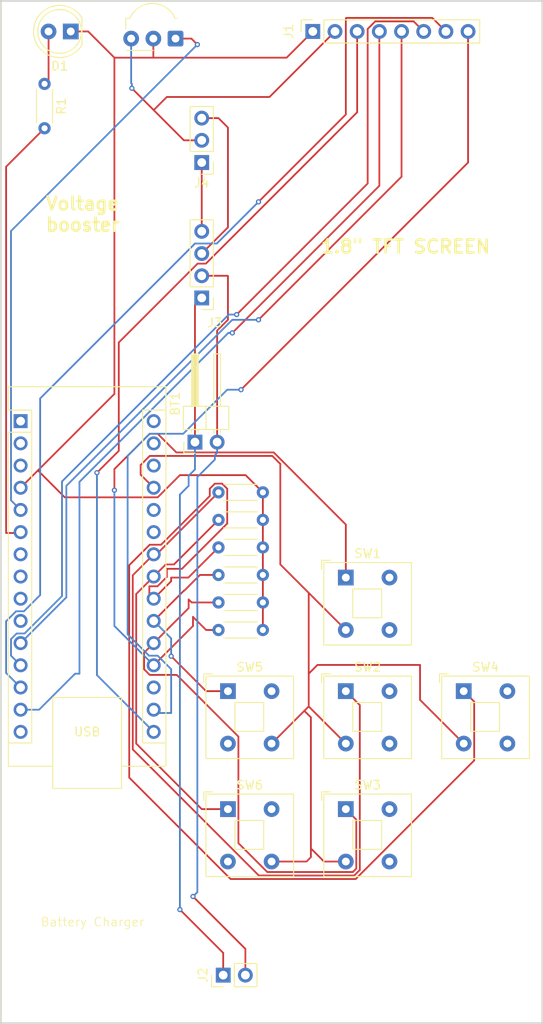
<source format=kicad_pcb>
(kicad_pcb (version 20240108) (generator "pcbnew") (generator_version "8.0")
  (layers (0 "F.Cu" signal) (31 "B.Cu" signal) (34 "B.Paste" user) (35 "F.Paste" user) (36 "B.SilkS" user "B.Silkscreen") (37 "F.SilkS" user "F.Silkscreen") (38 "B.Mask" user) (39 "F.Mask" user) (44 "Edge.Cuts" user))
  (net 0 "")
  (net 1 "Net-(BT1-+)")
  (net 2 "Net-(BT1--)")
  (net 3 "Net-(A1-D10)")
  (net 4 "Net-(A1-D13)")
  (net 5 "Net-(A1-D9)")
  (net 6 "Net-(D1-K)")
  (net 7 "Net-(A1-+5V)")
  (net 8 "Net-(A1-A5)")
  (net 9 "Net-(A1-A0)")
  (net 10 "Net-(A1-A2)")
  (net 11 "Net-(A1-3V3)")
  (net 12 "Net-(A1-A1)")
  (net 13 "Net-(A1-D3)")
  (net 14 "Net-(A1-D2)")
  (net 15 "Net-(A1-A3)")
  (net 16 "Net-(A1-D8)")
  (net 17 "Net-(A1-D11)")
  (net 18 "Net-(A1-A4)")
  (net 19 "Net-(D1-A)")
  (net 34 "Net-(J3-Pin_3)")
  (footprint "Resistor_THT:R_Axial_DIN0204_L3.6mm_D1.6mm_P5.08mm_Horizontal" (layer "F.Cu") (at 131.5 101.2 180)
    (property "Reference" "R4" (hide yes))
    (property "Value" "1K" (hide yes))
    (fp_line (start 0.62 0.92) (end 4.46 0.92) (stroke (width 0.12)) (layer "F.SilkS"))
    (fp_line (start 0.62 -0.92) (end 4.46 -0.92) (stroke (width 0.12)) (layer "F.SilkS"))
    (pad "1" thru_hole circle (at 0 0 180) (size 1.4 1.4) (drill 0.7) (layers "*.Cu" "*.Mask") (net 6 "Net-(D1-K)"))
    (pad "2" thru_hole oval (at 5.08 0 180) (size 1.4 1.4) (drill 0.7) (layers "*.Cu" "*.Mask") (net 10 "Net-(A1-A2)"))
  )
  (footprint "Resistor_THT:R_Axial_DIN0204_L3.6mm_D1.6mm_P5.08mm_Horizontal" (layer "F.Cu") (at 131.5 98.05 180)
    (property "Reference" "R5" (hide yes))
    (property "Value" "1K" (hide yes))
    (fp_line (start 0.62 0.92) (end 4.46 0.92) (stroke (width 0.12)) (layer "F.SilkS"))
    (fp_line (start 0.62 -0.92) (end 4.46 -0.92) (stroke (width 0.12)) (layer "F.SilkS"))
    (pad "1" thru_hole circle (at 0 0 180) (size 1.4 1.4) (drill 0.7) (layers "*.Cu" "*.Mask") (net 6 "Net-(D1-K)"))
    (pad "2" thru_hole oval (at 5.08 0 180) (size 1.4 1.4) (drill 0.7) (layers "*.Cu" "*.Mask") (net 15 "Net-(A1-A3)"))
  )
  (footprint "Resistor_THT:R_Axial_DIN0204_L3.6mm_D1.6mm_P5.08mm_Horizontal" (layer "F.Cu") (at 131.5 94.9 180)
    (property "Reference" "R6" (hide yes))
    (property "Value" "1K" (hide yes))
    (fp_line (start 0.62 0.92) (end 4.46 0.92) (stroke (width 0.12)) (layer "F.SilkS"))
    (fp_line (start 0.62 -0.92) (end 4.46 -0.92) (stroke (width 0.12)) (layer "F.SilkS"))
    (pad "1" thru_hole circle (at 0 0 180) (size 1.4 1.4) (drill 0.7) (layers "*.Cu" "*.Mask") (net 6 "Net-(D1-K)"))
    (pad "2" thru_hole oval (at 5.08 0 180) (size 1.4 1.4) (drill 0.7) (layers "*.Cu" "*.Mask") (net 18 "Net-(A1-A4)"))
  )
  (footprint "Resistor_THT:R_Axial_DIN0204_L3.6mm_D1.6mm_P5.08mm_Horizontal" (layer "F.Cu") (at 131.5 107.5 180)
    (property "Reference" "R2" (hide yes))
    (property "Value" "1K" (hide yes))
    (fp_line (start 0.62 0.92) (end 4.46 0.92) (stroke (width 0.12)) (layer "F.SilkS"))
    (fp_line (start 0.62 -0.92) (end 4.46 -0.92) (stroke (width 0.12)) (layer "F.SilkS"))
    (pad "1" thru_hole circle (at 0 0 180) (size 1.4 1.4) (drill 0.7) (layers "*.Cu" "*.Mask") (net 6 "Net-(D1-K)"))
    (pad "2" thru_hole oval (at 5.08 0 180) (size 1.4 1.4) (drill 0.7) (layers "*.Cu" "*.Mask") (net 9 "Net-(A1-A0)"))
  )
  (footprint "Connector_PinSocket_2.54mm:PinSocket_1x08_P2.54mm_Vertical" (layer "F.Cu") (at 137.22 39 90)
    (property "Reference" "J1" (at 0 -2.77 90) (layer "F.SilkS"))
    (property "Value" "1.8TFT-SCREEN" (hide yes))
    (fp_line (start 1.33 -1.33) (end 1.33 0) (stroke (width 0.12)) (layer "F.SilkS"))
    (fp_line (start 0 -1.33) (end 1.33 -1.33) (stroke (width 0.12)) (layer "F.SilkS"))
    (fp_line (start 1.33 1.27) (end 1.33 19.11) (stroke (width 0.12)) (layer "F.SilkS"))
    (fp_line (start -1.33 1.27) (end 1.33 1.27) (stroke (width 0.12)) (layer "F.SilkS"))
    (fp_line (start -1.33 1.27) (end -1.33 19.11) (stroke (width 0.12)) (layer "F.SilkS"))
    (fp_line (start -1.33 19.11) (end 1.33 19.11) (stroke (width 0.12)) (layer "F.SilkS"))
    (pad "1" thru_hole rect (at 0 0 90) (size 1.7 1.7) (drill 1) (layers "*.Cu" "*.Mask") (net 6 "Net-(D1-K)"))
    (pad "2" thru_hole oval (at 0 2.54 90) (size 1.7 1.7) (drill 1) (layers "*.Cu" "*.Mask") (net 7 "Net-(A1-+5V)"))
    (pad "3" thru_hole oval (at 0 5.08 90) (size 1.7 1.7) (drill 1) (layers "*.Cu" "*.Mask") (net 4 "Net-(A1-D13)"))
    (pad "4" thru_hole oval (at 0 7.62 90) (size 1.7 1.7) (drill 1) (layers "*.Cu" "*.Mask") (net 17 "Net-(A1-D11)"))
    (pad "5" thru_hole oval (at 0 10.16 90) (size 1.7 1.7) (drill 1) (layers "*.Cu" "*.Mask") (net 16 "Net-(A1-D8)"))
    (pad "6" thru_hole oval (at 0 12.7 90) (size 1.7 1.7) (drill 1) (layers "*.Cu" "*.Mask") (net 5 "Net-(A1-D9)"))
    (pad "7" thru_hole oval (at 0 15.24 90) (size 1.7 1.7) (drill 1) (layers "*.Cu" "*.Mask") (net 3 "Net-(A1-D10)"))
    (pad "8" thru_hole oval (at 0 17.78 90) (size 1.7 1.7) (drill 1) (layers "*.Cu" "*.Mask") (net 11 "Net-(A1-3V3)"))
  )
  (footprint "Button_Switch_THT:SW_Push_2P1T_Toggle_CK_PVA1xxH2xxxxxxV2" (layer "F.Cu") (at 154.5 114.5)
    (property "Reference" "SW4" (at 2.5 -2.75 0) (layer "F.SilkS"))
    (property "Value" "rightBtn")
    (fp_line (start -2.77 -0.97) (end -2.77 -1.97) (stroke (width 0.12)) (layer "F.SilkS"))
    (fp_line (start -2.52 7.72) (end -2.52 -1.72) (stroke (width 0.12)) (layer "F.SilkS"))
    (fp_line (start -1.77 -1.97) (end -2.77 -1.97) (stroke (width 0.12)) (layer "F.SilkS"))
    (fp_line (start 0.8 1.3) (end 0.8 4.6) (stroke (width 0.12)) (layer "F.SilkS"))
    (fp_line (start 4.1 1.3) (end 0.8 1.3) (stroke (width 0.12)) (layer "F.SilkS"))
    (fp_line (start 4.1 1.3) (end 4.1 4.6) (stroke (width 0.12)) (layer "F.SilkS"))
    (fp_line (start 4.1 4.6) (end 0.8 4.6) (stroke (width 0.12)) (layer "F.SilkS"))
    (fp_line (start 7.52 -1.72) (end -2.52 -1.72) (stroke (width 0.12)) (layer "F.SilkS"))
    (fp_line (start 7.52 7.72) (end -2.52 7.72) (stroke (width 0.12)) (layer "F.SilkS"))
    (fp_line (start 7.52 7.72) (end 7.52 -1.72) (stroke (width 0.12)) (layer "F.SilkS"))
    (pad "1" thru_hole rect (at 0 0) (size 1.8 1.8) (drill 0.9) (layers "*.Cu" "*.Mask") (net 15 "Net-(A1-A3)"))
    (pad "2" thru_hole circle (at 5 0) (size 1.8 1.8) (drill 0.9) (layers "*.Cu" "*.Mask") (net 15 "Net-(A1-A3)"))
    (pad "3" thru_hole circle (at 0 6) (size 1.8 1.8) (drill 0.9) (layers "*.Cu" "*.Mask") (net 7 "Net-(A1-+5V)"))
    (pad "4" thru_hole circle (at 5 6) (size 1.8 1.8) (drill 0.9) (layers "*.Cu" "*.Mask") (net 7 "Net-(A1-+5V)"))
  )
  (footprint "Button_Switch_THT:SW_Push_2P1T_Toggle_CK_PVA1xxH2xxxxxxV2" (layer "F.Cu") (at 141 114.5)
    (property "Reference" "SW2" (at 2.5 -2.75 0) (layer "F.SilkS"))
    (property "Value" "confirmBtn")
    (fp_line (start -2.77 -0.97) (end -2.77 -1.97) (stroke (width 0.12)) (layer "F.SilkS"))
    (fp_line (start -2.52 7.72) (end -2.52 -1.72) (stroke (width 0.12)) (layer "F.SilkS"))
    (fp_line (start -1.77 -1.97) (end -2.77 -1.97) (stroke (width 0.12)) (layer "F.SilkS"))
    (fp_line (start 0.8 1.3) (end 0.8 4.6) (stroke (width 0.12)) (layer "F.SilkS"))
    (fp_line (start 4.1 1.3) (end 0.8 1.3) (stroke (width 0.12)) (layer "F.SilkS"))
    (fp_line (start 4.1 1.3) (end 4.1 4.6) (stroke (width 0.12)) (layer "F.SilkS"))
    (fp_line (start 4.1 4.6) (end 0.8 4.6) (stroke (width 0.12)) (layer "F.SilkS"))
    (fp_line (start 7.52 -1.72) (end -2.52 -1.72) (stroke (width 0.12)) (layer "F.SilkS"))
    (fp_line (start 7.52 7.72) (end -2.52 7.72) (stroke (width 0.12)) (layer "F.SilkS"))
    (fp_line (start 7.52 7.72) (end 7.52 -1.72) (stroke (width 0.12)) (layer "F.SilkS"))
    (pad "1" thru_hole rect (at 0 0) (size 1.8 1.8) (drill 0.9) (layers "*.Cu" "*.Mask") (net 8 "Net-(A1-A5)"))
    (pad "2" thru_hole circle (at 5 0) (size 1.8 1.8) (drill 0.9) (layers "*.Cu" "*.Mask") (net 8 "Net-(A1-A5)"))
    (pad "3" thru_hole circle (at 0 6) (size 1.8 1.8) (drill 0.9) (layers "*.Cu" "*.Mask") (net 7 "Net-(A1-+5V)"))
    (pad "4" thru_hole circle (at 5 6) (size 1.8 1.8) (drill 0.9) (layers "*.Cu" "*.Mask") (net 7 "Net-(A1-+5V)"))
  )
  (footprint "Connector_PinHeader_2.54mm:PinHeader_1x02_P2.54mm_Vertical" (layer "F.Cu") (at 126.96 147 90)
    (property "Reference" "J2" (at 0 -2.33 90) (layer "F.SilkS"))
    (property "Value" "Battery charger" (hide yes))
    (fp_line (start -1.33 -1.33) (end 0 -1.33) (stroke (width 0.12)) (layer "F.SilkS"))
    (fp_line (start -1.33 0) (end -1.33 -1.33) (stroke (width 0.12)) (layer "F.SilkS"))
    (fp_line (start 1.33 1.27) (end 1.33 3.87) (stroke (width 0.12)) (layer "F.SilkS"))
    (fp_line (start -1.33 1.27) (end 1.33 1.27) (stroke (width 0.12)) (layer "F.SilkS"))
    (fp_line (start -1.33 1.27) (end -1.33 3.87) (stroke (width 0.12)) (layer "F.SilkS"))
    (fp_line (start -1.33 3.87) (end 1.33 3.87) (stroke (width 0.12)) (layer "F.SilkS"))
    (pad "1" thru_hole rect (at 0 0 90) (size 1.7 1.7) (drill 1) (layers "*.Cu" "*.Mask") (net 1 "Net-(BT1-+)"))
    (pad "2" thru_hole oval (at 0 2.54 90) (size 1.7 1.7) (drill 1) (layers "*.Cu" "*.Mask") (net 2 "Net-(BT1--)"))
  )
  (footprint "Button_Switch_THT:SW_Push_2P1T_Toggle_CK_PVA1xxH2xxxxxxV2" (layer "F.Cu") (at 141 128)
    (property "Reference" "SW3" (at 2.5 -2.75 0) (layer "F.SilkS"))
    (property "Value" "downBtn")
    (fp_line (start -2.77 -0.97) (end -2.77 -1.97) (stroke (width 0.12)) (layer "F.SilkS"))
    (fp_line (start -2.52 7.72) (end -2.52 -1.72) (stroke (width 0.12)) (layer "F.SilkS"))
    (fp_line (start -1.77 -1.97) (end -2.77 -1.97) (stroke (width 0.12)) (layer "F.SilkS"))
    (fp_line (start 0.8 1.3) (end 0.8 4.6) (stroke (width 0.12)) (layer "F.SilkS"))
    (fp_line (start 4.1 1.3) (end 0.8 1.3) (stroke (width 0.12)) (layer "F.SilkS"))
    (fp_line (start 4.1 1.3) (end 4.1 4.6) (stroke (width 0.12)) (layer "F.SilkS"))
    (fp_line (start 4.1 4.6) (end 0.8 4.6) (stroke (width 0.12)) (layer "F.SilkS"))
    (fp_line (start 7.52 -1.72) (end -2.52 -1.72) (stroke (width 0.12)) (layer "F.SilkS"))
    (fp_line (start 7.52 7.72) (end -2.52 7.72) (stroke (width 0.12)) (layer "F.SilkS"))
    (fp_line (start 7.52 7.72) (end 7.52 -1.72) (stroke (width 0.12)) (layer "F.SilkS"))
    (pad "1" thru_hole rect (at 0 0) (size 1.8 1.8) (drill 0.9) (layers "*.Cu" "*.Mask") (net 12 "Net-(A1-A1)"))
    (pad "2" thru_hole circle (at 5 0) (size 1.8 1.8) (drill 0.9) (layers "*.Cu" "*.Mask") (net 12 "Net-(A1-A1)"))
    (pad "3" thru_hole circle (at 0 6) (size 1.8 1.8) (drill 0.9) (layers "*.Cu" "*.Mask") (net 7 "Net-(A1-+5V)"))
    (pad "4" thru_hole circle (at 5 6) (size 1.8 1.8) (drill 0.9) (layers "*.Cu" "*.Mask") (net 7 "Net-(A1-+5V)"))
  )
  (footprint "Button_Switch_THT:SW_Push_2P1T_Toggle_CK_PVA1xxH2xxxxxxV2" (layer "F.Cu") (at 141 101.5)
    (property "Reference" "SW1" (at 2.5 -2.75 0) (layer "F.SilkS"))
    (property "Value" "upBtn")
    (fp_line (start -2.77 -0.97) (end -2.77 -1.97) (stroke (width 0.12)) (layer "F.SilkS"))
    (fp_line (start -2.52 7.72) (end -2.52 -1.72) (stroke (width 0.12)) (layer "F.SilkS"))
    (fp_line (start -1.77 -1.97) (end -2.77 -1.97) (stroke (width 0.12)) (layer "F.SilkS"))
    (fp_line (start 0.8 1.3) (end 0.8 4.6) (stroke (width 0.12)) (layer "F.SilkS"))
    (fp_line (start 4.1 1.3) (end 0.8 1.3) (stroke (width 0.12)) (layer "F.SilkS"))
    (fp_line (start 4.1 1.3) (end 4.1 4.6) (stroke (width 0.12)) (layer "F.SilkS"))
    (fp_line (start 4.1 4.6) (end 0.8 4.6) (stroke (width 0.12)) (layer "F.SilkS"))
    (fp_line (start 7.52 -1.72) (end -2.52 -1.72) (stroke (width 0.12)) (layer "F.SilkS"))
    (fp_line (start 7.52 7.72) (end -2.52 7.72) (stroke (width 0.12)) (layer "F.SilkS"))
    (fp_line (start 7.52 7.72) (end 7.52 -1.72) (stroke (width 0.12)) (layer "F.SilkS"))
    (pad "1" thru_hole rect (at 0 0) (size 1.8 1.8) (drill 0.9) (layers "*.Cu" "*.Mask") (net 9 "Net-(A1-A0)"))
    (pad "2" thru_hole circle (at 5 0) (size 1.8 1.8) (drill 0.9) (layers "*.Cu" "*.Mask") (net 9 "Net-(A1-A0)"))
    (pad "3" thru_hole circle (at 0 6) (size 1.8 1.8) (drill 0.9) (layers "*.Cu" "*.Mask") (net 7 "Net-(A1-+5V)"))
    (pad "4" thru_hole circle (at 5 6) (size 1.8 1.8) (drill 0.9) (layers "*.Cu" "*.Mask") (net 7 "Net-(A1-+5V)"))
  )
  (footprint "Resistor_THT:R_Axial_DIN0204_L3.6mm_D1.6mm_P5.08mm_Horizontal" (layer "F.Cu") (at 131.5 91.75 180)
    (property "Reference" "R7" (hide yes))
    (property "Value" "1K" (hide yes))
    (fp_line (start 0.62 0.92) (end 4.46 0.92) (stroke (width 0.12)) (layer "F.SilkS"))
    (fp_line (start 0.62 -0.92) (end 4.46 -0.92) (stroke (width 0.12)) (layer "F.SilkS"))
    (pad "1" thru_hole circle (at 0 0 180) (size 1.4 1.4) (drill 0.7) (layers "*.Cu" "*.Mask") (net 6 "Net-(D1-K)"))
    (pad "2" thru_hole oval (at 5.08 0 180) (size 1.4 1.4) (drill 0.7) (layers "*.Cu" "*.Mask") (net 8 "Net-(A1-A5)"))
  )
  (footprint "OptoDevice:Vishay_MOLD-3Pin" (layer "F.Cu") (at 121.5 39.815 180)
    (property "Reference" "U1" (hide yes))
    (property "Value" "IR-Rx" (hide yes))
    (fp_line (start 5.7 2.3) (end 5.7 1.1) (stroke (width 0.12)) (layer "F.SilkS"))
    (fp_line (start 5.7 2.3) (end 5.24 2.3) (stroke (width 0.12)) (layer "F.SilkS"))
    (fp_line (start 5.62 -1.36) (end 2.54 -1.36) (stroke (width 0.12)) (layer "F.SilkS"))
    (fp_line (start 0.04 2.3) (end -0.18 2.3) (stroke (width 0.12)) (layer "F.SilkS"))
    (fp_arc (start 5.24 2.3) (mid 2.64 4.023119) (end 0.04 2.3) (stroke (width 0.12)) (layer "F.SilkS"))
    (pad "1" thru_hole roundrect (at 0 0 180) (size 1.8 1.8) (drill 0.9) (layers "*.Cu" "*.Mask") (roundrect_rratio 0.138) (net 14 "Net-(A1-D2)"))
    (pad "2" thru_hole circle (at 2.54 0 180) (size 1.8 1.8) (drill 0.9) (layers "*.Cu" "*.Mask") (net 6 "Net-(D1-K)"))
    (pad "3" thru_hole circle (at 5.08 0 180) (size 1.8 1.8) (drill 0.9) (layers "*.Cu" "*.Mask") (net 7 "Net-(A1-+5V)"))
  )
  (footprint "Module:Arduino_Nano" (layer "F.Cu") (at 103.76 83.6)
    (property "Reference" "A1" (hide yes))
    (property "Value" "Arduino_Nano_v3.x")
    (fp_line (start -1.4 -3.94) (end -1.4 -1.27) (stroke (width 0.12)) (layer "F.SilkS"))
    (fp_line (start -1.4 1.27) (end -1.4 39.5) (stroke (width 0.12)) (layer "F.SilkS"))
    (fp_line (start -1.4 39.5) (end 3.68 39.5) (stroke (width 0.12)) (layer "F.SilkS"))
    (fp_line (start 1.27 -1.27) (end -1.4 -1.27) (stroke (width 0.12)) (layer "F.SilkS"))
    (fp_line (start 1.27 1.27) (end -1.4 1.27) (stroke (width 0.12)) (layer "F.SilkS"))
    (fp_line (start 1.27 1.27) (end 1.27 -1.27) (stroke (width 0.12)) (layer "F.SilkS"))
    (fp_line (start 1.27 1.27) (end 1.27 36.83) (stroke (width 0.12)) (layer "F.SilkS"))
    (fp_line (start 1.27 36.83) (end -1.4 36.83) (stroke (width 0.12)) (layer "F.SilkS"))
    (fp_line (start 3.68 31.62) (end 11.56 31.62) (stroke (width 0.12)) (layer "F.SilkS"))
    (fp_line (start 3.68 42.04) (end 3.68 31.62) (stroke (width 0.12)) (layer "F.SilkS"))
    (fp_line (start 11.56 31.62) (end 11.56 42.04) (stroke (width 0.12)) (layer "F.SilkS"))
    (fp_line (start 11.56 42.04) (end 3.68 42.04) (stroke (width 0.12)) (layer "F.SilkS"))
    (fp_line (start 13.97 -1.27) (end 13.97 36.83) (stroke (width 0.12)) (layer "F.SilkS"))
    (fp_line (start 13.97 -1.27) (end 16.64 -1.27) (stroke (width 0.12)) (layer "F.SilkS"))
    (fp_line (start 13.97 36.83) (end 16.64 36.83) (stroke (width 0.12)) (layer "F.SilkS"))
    (fp_line (start 16.64 -3.94) (end -1.4 -3.94) (stroke (width 0.12)) (layer "F.SilkS"))
    (fp_line (start 16.64 39.5) (end 11.56 39.5) (stroke (width 0.12)) (layer "F.SilkS"))
    (fp_line (start 16.64 39.5) (end 16.64 -3.94) (stroke (width 0.12)) (layer "F.SilkS"))
    (fp_text user "USB" (at 7.62 35.56 0) (layer "F.SilkS"))
    (pad "1" thru_hole rect (at 0 0) (size 1.6 1.6) (drill 1) (layers "*.Cu" "*.Mask"))
    (pad "2" thru_hole oval (at 0 2.54) (size 1.6 1.6) (drill 1) (layers "*.Cu" "*.Mask"))
    (pad "3" thru_hole oval (at 0 5.08) (size 1.6 1.6) (drill 1) (layers "*.Cu" "*.Mask"))
    (pad "4" thru_hole oval (at 0 7.62) (size 1.6 1.6) (drill 1) (layers "*.Cu" "*.Mask") (net 6 "Net-(D1-K)"))
    (pad "5" thru_hole oval (at 0 10.16) (size 1.6 1.6) (drill 1) (layers "*.Cu" "*.Mask") (net 14 "Net-(A1-D2)"))
    (pad "6" thru_hole oval (at 0 12.7) (size 1.6 1.6) (drill 1) (layers "*.Cu" "*.Mask") (net 13 "Net-(A1-D3)"))
    (pad "7" thru_hole oval (at 0 15.24) (size 1.6 1.6) (drill 1) (layers "*.Cu" "*.Mask"))
    (pad "8" thru_hole oval (at 0 17.78) (size 1.6 1.6) (drill 1) (layers "*.Cu" "*.Mask"))
    (pad "9" thru_hole oval (at 0 20.32) (size 1.6 1.6) (drill 1) (layers "*.Cu" "*.Mask"))
    (pad "10" thru_hole oval (at 0 22.86) (size 1.6 1.6) (drill 1) (layers "*.Cu" "*.Mask"))
    (pad "11" thru_hole oval (at 0 25.4) (size 1.6 1.6) (drill 1) (layers "*.Cu" "*.Mask") (net 16 "Net-(A1-D8)"))
    (pad "12" thru_hole oval (at 0 27.94) (size 1.6 1.6) (drill 1) (layers "*.Cu" "*.Mask") (net 5 "Net-(A1-D9)"))
    (pad "13" thru_hole oval (at 0 30.48) (size 1.6 1.6) (drill 1) (layers "*.Cu" "*.Mask") (net 3 "Net-(A1-D10)"))
    (pad "14" thru_hole oval (at 0 33.02) (size 1.6 1.6) (drill 1) (layers "*.Cu" "*.Mask") (net 17 "Net-(A1-D11)"))
    (pad "15" thru_hole oval (at 0 35.56) (size 1.6 1.6) (drill 1) (layers "*.Cu" "*.Mask"))
    (pad "16" thru_hole oval (at 15.24 35.56) (size 1.6 1.6) (drill 1) (layers "*.Cu" "*.Mask") (net 4 "Net-(A1-D13)"))
    (pad "17" thru_hole oval (at 15.24 33.02) (size 1.6 1.6) (drill 1) (layers "*.Cu" "*.Mask") (net 11 "Net-(A1-3V3)"))
    (pad "18" thru_hole oval (at 15.24 30.48) (size 1.6 1.6) (drill 1) (layers "*.Cu" "*.Mask"))
    (pad "19" thru_hole oval (at 15.24 27.94) (size 1.6 1.6) (drill 1) (layers "*.Cu" "*.Mask") (net 9 "Net-(A1-A0)"))
    (pad "20" thru_hole oval (at 15.24 25.4) (size 1.6 1.6) (drill 1) (layers "*.Cu" "*.Mask") (net 12 "Net-(A1-A1)"))
    (pad "21" thru_hole oval (at 15.24 22.86) (size 1.6 1.6) (drill 1) (layers "*.Cu" "*.Mask") (net 10 "Net-(A1-A2)"))
    (pad "22" thru_hole oval (at 15.24 20.32) (size 1.6 1.6) (drill 1) (layers "*.Cu" "*.Mask") (net 15 "Net-(A1-A3)"))
    (pad "23" thru_hole oval (at 15.24 17.78) (size 1.6 1.6) (drill 1) (layers "*.Cu" "*.Mask") (net 18 "Net-(A1-A4)"))
    (pad "24" thru_hole oval (at 15.24 15.24) (size 1.6 1.6) (drill 1) (layers "*.Cu" "*.Mask") (net 8 "Net-(A1-A5)"))
    (pad "25" thru_hole oval (at 15.24 12.7) (size 1.6 1.6) (drill 1) (layers "*.Cu" "*.Mask"))
    (pad "26" thru_hole oval (at 15.24 10.16) (size 1.6 1.6) (drill 1) (layers "*.Cu" "*.Mask"))
    (pad "27" thru_hole oval (at 15.24 7.62) (size 1.6 1.6) (drill 1) (layers "*.Cu" "*.Mask") (net 7 "Net-(A1-+5V)"))
    (pad "28" thru_hole oval (at 15.24 5.08) (size 1.6 1.6) (drill 1) (layers "*.Cu" "*.Mask"))
    (pad "29" thru_hole oval (at 15.24 2.54) (size 1.6 1.6) (drill 1) (layers "*.Cu" "*.Mask"))
    (pad "30" thru_hole oval (at 15.24 0) (size 1.6 1.6) (drill 1) (layers "*.Cu" "*.Mask"))
  )
  (footprint "Resistor_THT:R_Axial_DIN0204_L3.6mm_D1.6mm_P5.08mm_Horizontal" (layer "F.Cu") (at 106.5 45 -90)
    (property "Reference" "R1" (at 2.54 -1.92 90) (layer "F.SilkS"))
    (property "Value" "220")
    (fp_line (start 0.62 0.92) (end 4.46 0.92) (stroke (width 0.12)) (layer "F.SilkS"))
    (fp_line (start 0.62 -0.92) (end 4.46 -0.92) (stroke (width 0.12)) (layer "F.SilkS"))
    (pad "1" thru_hole circle (at 0 0 270) (size 1.4 1.4) (drill 0.7) (layers "*.Cu" "*.Mask") (net 19 "Net-(D1-A)"))
    (pad "2" thru_hole oval (at 5.08 0 270) (size 1.4 1.4) (drill 0.7) (layers "*.Cu" "*.Mask") (net 13 "Net-(A1-D3)"))
  )
  (footprint "Button_Switch_THT:SW_Push_2P1T_Toggle_CK_PVA1xxH2xxxxxxV2" (layer "F.Cu") (at 127.5 114.5)
    (property "Reference" "SW5" (at 2.5 -2.75 0) (layer "F.SilkS"))
    (property "Value" "leftBtn")
    (fp_line (start -2.77 -0.97) (end -2.77 -1.97) (stroke (width 0.12)) (layer "F.SilkS"))
    (fp_line (start -2.52 7.72) (end -2.52 -1.72) (stroke (width 0.12)) (layer "F.SilkS"))
    (fp_line (start -1.77 -1.97) (end -2.77 -1.97) (stroke (width 0.12)) (layer "F.SilkS"))
    (fp_line (start 0.8 1.3) (end 0.8 4.6) (stroke (width 0.12)) (layer "F.SilkS"))
    (fp_line (start 4.1 1.3) (end 0.8 1.3) (stroke (width 0.12)) (layer "F.SilkS"))
    (fp_line (start 4.1 1.3) (end 4.1 4.6) (stroke (width 0.12)) (layer "F.SilkS"))
    (fp_line (start 4.1 4.6) (end 0.8 4.6) (stroke (width 0.12)) (layer "F.SilkS"))
    (fp_line (start 7.52 -1.72) (end -2.52 -1.72) (stroke (width 0.12)) (layer "F.SilkS"))
    (fp_line (start 7.52 7.72) (end -2.52 7.72) (stroke (width 0.12)) (layer "F.SilkS"))
    (fp_line (start 7.52 7.72) (end 7.52 -1.72) (stroke (width 0.12)) (layer "F.SilkS"))
    (pad "1" thru_hole rect (at 0 0) (size 1.8 1.8) (drill 0.9) (layers "*.Cu" "*.Mask") (net 10 "Net-(A1-A2)"))
    (pad "2" thru_hole circle (at 5 0) (size 1.8 1.8) (drill 0.9) (layers "*.Cu" "*.Mask") (net 10 "Net-(A1-A2)"))
    (pad "3" thru_hole circle (at 0 6) (size 1.8 1.8) (drill 0.9) (layers "*.Cu" "*.Mask") (net 7 "Net-(A1-+5V)"))
    (pad "4" thru_hole circle (at 5 6) (size 1.8 1.8) (drill 0.9) (layers "*.Cu" "*.Mask") (net 7 "Net-(A1-+5V)"))
  )
  (footprint "LED_THT:LED_D5.0mm_IRGrey" (layer "F.Cu") (at 109.5 39 180)
    (property "Reference" "D1" (at 1.27 -3.96 180) (layer "F.SilkS"))
    (property "Value" "IR-Tx" (hide yes))
    (fp_line (start -1.29 -1.545) (end -1.29 1.545) (stroke (width 0.12)) (layer "F.SilkS"))
    (fp_arc (start 4.26 -0.000462) (mid 2.072002 2.880433) (end -1.29 1.54483) (stroke (width 0.12)) (layer "F.SilkS"))
    (fp_arc (start -1.29 -1.54483) (mid 2.072002 -2.880433) (end 4.26 0.000462) (stroke (width 0.12)) (layer "F.SilkS"))
    (fp_circle (center 1.27 0) (end 3.77 0) (stroke (width 0.12)) (fill none) (layer "F.SilkS"))
    (pad "1" thru_hole rect (at 0 0 180) (size 1.8 1.8) (drill 0.9) (layers "*.Cu" "*.Mask") (net 6 "Net-(D1-K)"))
    (pad "2" thru_hole circle (at 2.54 0 180) (size 1.8 1.8) (drill 0.9) (layers "*.Cu" "*.Mask") (net 19 "Net-(D1-A)"))
  )
  (footprint "Resistor_THT:R_Axial_DIN0204_L3.6mm_D1.6mm_P5.08mm_Horizontal" (layer "F.Cu") (at 131.5 104.35 180)
    (property "Reference" "R3" (hide yes))
    (property "Value" "1K" (hide yes))
    (fp_line (start 0.62 0.92) (end 4.46 0.92) (stroke (width 0.12)) (layer "F.SilkS"))
    (fp_line (start 0.62 -0.92) (end 4.46 -0.92) (stroke (width 0.12)) (layer "F.SilkS"))
    (pad "1" thru_hole circle (at 0 0 180) (size 1.4 1.4) (drill 0.7) (layers "*.Cu" "*.Mask") (net 6 "Net-(D1-K)"))
    (pad "2" thru_hole oval (at 5.08 0 180) (size 1.4 1.4) (drill 0.7) (layers "*.Cu" "*.Mask") (net 12 "Net-(A1-A1)"))
  )
  (footprint "Connector_PinHeader_2.54mm:PinHeader_1x04_P2.54mm_Vertical" (layer "F.Cu") (at 124.5 69.5 180)
    (property "Reference" "J3" (at -1.5 -2.83 0) (layer "F.SilkS"))
    (property "Value" "Voltage booster")
    (fp_line (start 1.33 1.27) (end 1.33 8.95) (stroke (width 0.12)) (layer "F.SilkS"))
    (fp_line (start -1.33 8.95) (end 1.33 8.95) (stroke (width 0.12)) (layer "F.SilkS"))
    (fp_line (start -1.33 1.27) (end 1.33 1.27) (stroke (width 0.12)) (layer "F.SilkS"))
    (fp_line (start -1.33 1.27) (end -1.33 8.95) (stroke (width 0.12)) (layer "F.SilkS"))
    (fp_line (start -1.33 0) (end -1.33 -1.33) (stroke (width 0.12)) (layer "F.SilkS"))
    (fp_line (start -1.33 -1.33) (end 0 -1.33) (stroke (width 0.12)) (layer "F.SilkS"))
    (pad "1" thru_hole rect (at 0 0 180) (size 1.7 1.7) (drill 1) (layers "*.Cu" "*.Mask") (net 1 "Net-(BT1-+)"))
    (pad "2" thru_hole oval (at 0 2.54 180) (size 1.7 1.7) (drill 1) (layers "*.Cu" "*.Mask") (net 2 "Net-(BT1--)"))
    (pad "3" thru_hole oval (at 0 5.08 180) (size 1.7 1.7) (drill 1) (layers "*.Cu" "*.Mask") (net 34 "Net-(J3-Pin_3)"))
    (pad "4" thru_hole oval (at 0 7.62 180) (size 1.7 1.7) (drill 1) (layers "*.Cu" "*.Mask") (net 6 "Net-(D1-K)"))
  )
  (footprint "Connector_PinHeader_2.54mm:PinHeader_1x02_P2.54mm_Horizontal" (layer "F.Cu") (at 123.725 86 90)
    (property "Reference" "BT1" (at 4.385 -2.27 90) (layer "F.SilkS"))
    (property "Value" "Li-Po-3.7V")
    (fp_line (start 4.1 -1.33) (end 1.44 -1.33) (stroke (width 0.12)) (layer "F.SilkS"))
    (fp_line (start 1.44 -1.33) (end 1.44 3.87) (stroke (width 0.12)) (layer "F.SilkS"))
    (fp_line (start -1.27 -1.27) (end 0 -1.27) (stroke (width 0.12)) (layer "F.SilkS"))
    (fp_line (start 10.1 -0.38) (end 10.1 0.38) (stroke (width 0.12)) (layer "F.SilkS"))
    (fp_line (start 4.1 -0.38) (end 10.1 -0.38) (stroke (width 0.12)) (layer "F.SilkS"))
    (fp_line (start 1.11 -0.38) (end 1.44 -0.38) (stroke (width 0.12)) (layer "F.SilkS"))
    (fp_line (start 4.1 -0.32) (end 10.1 -0.32) (stroke (width 0.12)) (layer "F.SilkS"))
    (fp_line (start 4.1 -0.2) (end 10.1 -0.2) (stroke (width 0.12)) (layer "F.SilkS"))
    (fp_line (start 4.1 -0.08) (end 10.1 -0.08) (stroke (width 0.12)) (layer "F.SilkS"))
    (fp_line (start -1.27 0) (end -1.27 -1.27) (stroke (width 0.12)) (layer "F.SilkS"))
    (fp_line (start 4.1 0.04) (end 10.1 0.04) (stroke (width 0.12)) (layer "F.SilkS"))
    (fp_line (start 4.1 0.16) (end 10.1 0.16) (stroke (width 0.12)) (layer "F.SilkS"))
    (fp_line (start 4.1 0.28) (end 10.1 0.28) (stroke (width 0.12)) (layer "F.SilkS"))
    (fp_line (start 10.1 0.38) (end 4.1 0.38) (stroke (width 0.12)) (layer "F.SilkS"))
    (fp_line (start 1.11 0.38) (end 1.44 0.38) (stroke (width 0.12)) (layer "F.SilkS"))
    (fp_line (start 1.44 1.27) (end 4.1 1.27) (stroke (width 0.12)) (layer "F.SilkS"))
    (fp_line (start 10.1 2.16) (end 10.1 2.92) (stroke (width 0.12)) (layer "F.SilkS"))
    (fp_line (start 4.1 2.16) (end 10.1 2.16) (stroke (width 0.12)) (layer "F.SilkS"))
    (fp_line (start 1.042929 2.16) (end 1.44 2.16) (stroke (width 0.12)) (layer "F.SilkS"))
    (fp_line (start 10.1 2.92) (end 4.1 2.92) (stroke (width 0.12)) (layer "F.SilkS"))
    (fp_line (start 1.042929 2.92) (end 1.44 2.92) (stroke (width 0.12)) (layer "F.SilkS"))
    (fp_line (start 4.1 3.87) (end 4.1 -1.33) (stroke (width 0.12)) (layer "F.SilkS"))
    (fp_line (start 1.44 3.87) (end 4.1 3.87) (stroke (width 0.12)) (layer "F.SilkS"))
    (pad "1" thru_hole rect (at 0 0 90) (size 1.7 1.7) (drill 1) (layers "*.Cu" "*.Mask") (net 1 "Net-(BT1-+)"))
    (pad "2" thru_hole oval (at 0 2.54 90) (size 1.7 1.7) (drill 1) (layers "*.Cu" "*.Mask") (net 2 "Net-(BT1--)"))
  )
  (footprint "Connector_PinHeader_2.54mm:PinHeader_1x03_P2.54mm_Vertical" (layer "F.Cu") (at 124.5 54 180)
    (property "Reference" "J4" (at 0 -2.33 0) (layer "F.SilkS"))
    (property "Value" "Power switch")
    (fp_line (start 1.33 1.27) (end 1.33 6.41) (stroke (width 0.12)) (layer "F.SilkS"))
    (fp_line (start -1.33 6.41) (end 1.33 6.41) (stroke (width 0.12)) (layer "F.SilkS"))
    (fp_line (start -1.33 1.27) (end 1.33 1.27) (stroke (width 0.12)) (layer "F.SilkS"))
    (fp_line (start -1.33 1.27) (end -1.33 6.41) (stroke (width 0.12)) (layer "F.SilkS"))
    (fp_line (start -1.33 0) (end -1.33 -1.33) (stroke (width 0.12)) (layer "F.SilkS"))
    (fp_line (start -1.33 -1.33) (end 0 -1.33) (stroke (width 0.12)) (layer "F.SilkS"))
    (pad "1" thru_hole rect (at 0 0 180) (size 1.7 1.7) (drill 1) (layers "*.Cu" "*.Mask") (net 6 "Net-(D1-K)"))
    (pad "2" thru_hole oval (at 0 2.54 180) (size 1.7 1.7) (drill 1) (layers "*.Cu" "*.Mask") (net 7 "Net-(A1-+5V)"))
    (pad "3" thru_hole oval (at 0 5.08 180) (size 1.7 1.7) (drill 1) (layers "*.Cu" "*.Mask") (net 34 "Net-(J3-Pin_3)"))
  )
  (footprint "Button_Switch_THT:SW_Push_2P1T_Toggle_CK_PVA1xxH2xxxxxxV2" (layer "F.Cu") (at 127.5 128)
    (property "Reference" "SW6" (at 2.5 -2.75 0) (layer "F.SilkS"))
    (property "Value" "backBtn")
    (fp_line (start -2.77 -0.97) (end -2.77 -1.97) (stroke (width 0.12)) (layer "F.SilkS"))
    (fp_line (start -2.52 7.72) (end -2.52 -1.72) (stroke (width 0.12)) (layer "F.SilkS"))
    (fp_line (start -1.77 -1.97) (end -2.77 -1.97) (stroke (width 0.12)) (layer "F.SilkS"))
    (fp_line (start 0.8 1.3) (end 0.8 4.6) (stroke (width 0.12)) (layer "F.SilkS"))
    (fp_line (start 4.1 1.3) (end 0.8 1.3) (stroke (width 0.12)) (layer "F.SilkS"))
    (fp_line (start 4.1 1.3) (end 4.1 4.6) (stroke (width 0.12)) (layer "F.SilkS"))
    (fp_line (start 4.1 4.6) (end 0.8 4.6) (stroke (width 0.12)) (layer "F.SilkS"))
    (fp_line (start 7.52 -1.72) (end -2.52 -1.72) (stroke (width 0.12)) (layer "F.SilkS"))
    (fp_line (start 7.52 7.72) (end -2.52 7.72) (stroke (width 0.12)) (layer "F.SilkS"))
    (fp_line (start 7.52 7.72) (end 7.52 -1.72) (stroke (width 0.12)) (layer "F.SilkS"))
    (pad "1" thru_hole rect (at 0 0) (size 1.8 1.8) (drill 0.9) (layers "*.Cu" "*.Mask") (net 18 "Net-(A1-A4)"))
    (pad "2" thru_hole circle (at 5 0) (size 1.8 1.8) (drill 0.9) (layers "*.Cu" "*.Mask") (net 18 "Net-(A1-A4)"))
    (pad "3" thru_hole circle (at 0 6) (size 1.8 1.8) (drill 0.9) (layers "*.Cu" "*.Mask") (net 7 "Net-(A1-+5V)"))
    (pad "4" thru_hole circle (at 5 6) (size 1.8 1.8) (drill 0.9) (layers "*.Cu" "*.Mask") (net 7 "Net-(A1-+5V)"))
  )
  (gr_rect (start 101.5 35.5) (end 163.5 152.5) (stroke (width 0.2)) (fill none) (layer "Edge.Cuts"))
  (gr_text "1.8{dblquote} TFT SCREEN" (at 138 64.5 0) (layer "F.SilkS") (effects (font (size 1.5 1.5) (thickness 0.3) (bold yes)) (justify left bottom)))
  (gr_text "Battery Charger" (at 106 141.5 0) (layer "F.SilkS") (effects (font (size 1 1) (thickness 0.1)) (justify left bottom)))
  (gr_text "Voltage\nbooster\n" (at 106.5 62 0) (layer "F.SilkS") (effects (font (size 1.5 1.5) (thickness 0.3) (bold yes)) (justify left bottom)))
  (segment (start 126.96 144.46) (end 122 139.5) (width 0.2) (layer "F.Cu") (net 1))
  (segment (start 123.725 70.275) (end 124.5 69.5) (width 0.2) (layer "F.Cu") (net 1))
  (segment (start 123.725 86) (end 123.725 70.275) (width 0.2) (layer "F.Cu") (net 1))
  (segment (start 126.96 147) (end 126.96 144.46) (width 0.2) (layer "F.Cu") (net 1))
  (via (at 122 139.5) (size 0.6) (drill 0.3) (layers "F.Cu" "B.Cu") (net 1))
  (segment (start 123.725 89.123529) (end 123.725 86) (width 0.2) (layer "B.Cu") (net 1))
  (segment (start 123 91) (end 123 89.848529) (width 0.2) (layer "B.Cu") (net 1))
  (segment (start 122 92) (end 123 91) (width 0.2) (layer "B.Cu") (net 1))
  (segment (start 122 139.5) (end 122 92) (width 0.2) (layer "B.Cu") (net 1))
  (segment (start 123 89.848529) (end 123.725 89.123529) (width 0.2) (layer "B.Cu") (net 1))
  (segment (start 127.46 66.96) (end 124.5 66.96) (width 0.2) (layer "F.Cu") (net 2))
  (segment (start 129.5 144) (end 123.5 138) (width 0.2) (layer "F.Cu") (net 2))
  (segment (start 126.265 86) (end 126.265 73.235) (width 0.2) (layer "F.Cu") (net 2))
  (segment (start 126.265 73.235) (end 127.5 72) (width 0.2) (layer "F.Cu") (net 2))
  (segment (start 127.5 67) (end 127.46 66.96) (width 0.2) (layer "F.Cu") (net 2))
  (segment (start 127.5 72) (end 127.5 67) (width 0.2) (layer "F.Cu") (net 2))
  (segment (start 129.5 147) (end 129.5 144) (width 0.2) (layer "F.Cu") (net 2))
  (via (at 123.5 138) (size 0.6) (drill 0.3) (layers "F.Cu" "B.Cu") (net 2))
  (segment (start 126 87.5) (end 126.265 87.235) (width 0.2) (layer "B.Cu") (net 2))
  (segment (start 126 88) (end 126 87.5) (width 0.2) (layer "B.Cu") (net 2))
  (segment (start 126.265 87.235) (end 126.265 86) (width 0.2) (layer "B.Cu") (net 2))
  (segment (start 124 90) (end 126 88) (width 0.2) (layer "B.Cu") (net 2))
  (segment (start 123.5 138) (end 124 137.5) (width 0.2) (layer "B.Cu") (net 2))
  (segment (start 124 137.5) (end 124 90) (width 0.2) (layer "B.Cu") (net 2))
  (segment (start 141 37.5) (end 141 48.5) (width 0.2) (layer "F.Cu") (net 3))
  (segment (start 141.05 37.45) (end 141 37.5) (width 0.2) (layer "F.Cu") (net 3))
  (segment (start 141 48.5) (end 131 58.5) (width 0.2) (layer "F.Cu") (net 3))
  (segment (start 152.46 39) (end 150.91 37.45) (width 0.2) (layer "F.Cu") (net 3))
  (segment (start 150.91 37.45) (end 141.05 37.45) (width 0.2) (layer "F.Cu") (net 3))
  (via (at 131 58.5) (size 0.6) (drill 0.3) (layers "F.Cu" "B.Cu") (net 3))
  (segment (start 123.73 63.27) (end 106 81) (width 0.2) (layer "B.Cu") (net 3))
  (segment (start 106 81) (end 106 103.5) (width 0.2) (layer "B.Cu") (net 3))
  (segment (start 104.14 105.36) (end 103.24 105.36) (width 0.2) (layer "B.Cu") (net 3))
  (segment (start 102.1 106.5) (end 102.1 112.42) (width 0.2) (layer "B.Cu") (net 3))
  (segment (start 131 58.5) (end 126.23 63.27) (width 0.2) (layer "B.Cu") (net 3))
  (segment (start 126.23 63.27) (end 123.73 63.27) (width 0.2) (layer "B.Cu") (net 3))
  (segment (start 102.1 112.42) (end 103.76 114.08) (width 0.2) (layer "B.Cu") (net 3))
  (segment (start 103.24 105.36) (end 102.1 106.5) (width 0.2) (layer "B.Cu") (net 3))
  (segment (start 106 103.5) (end 104.14 105.36) (width 0.2) (layer "B.Cu") (net 3))
  (segment (start 115 74.593654) (end 115 87) (width 0.2) (layer "F.Cu") (net 4))
  (segment (start 115 87) (end 112.5 89.5) (width 0.2) (layer "F.Cu") (net 4))
  (segment (start 142.3 39) (end 142.3 48.246346) (width 0.2) (layer "F.Cu") (net 4))
  (segment (start 124.023654 65.57) (end 115 74.593654) (width 0.2) (layer "F.Cu") (net 4))
  (segment (start 142.3 48.246346) (end 124.976346 65.57) (width 0.2) (layer "F.Cu") (net 4))
  (segment (start 124.976346 65.57) (end 124.023654 65.57) (width 0.2) (layer "F.Cu") (net 4))
  (via (at 112.5 89.5) (size 0.6) (drill 0.3) (layers "F.Cu" "B.Cu") (net 4))
  (segment (start 112.5 112.66) (end 119 119.16) (width 0.2) (layer "B.Cu") (net 4))
  (segment (start 112.5 89.5) (end 112.5 112.66) (width 0.2) (layer "B.Cu") (net 4))
  (segment (start 143.5 38.713654) (end 143.5 56.4) (width 0.2) (layer "F.Cu") (net 5))
  (segment (start 148.77 37.85) (end 144.363654 37.85) (width 0.2) (layer "F.Cu") (net 5))
  (segment (start 144.363654 37.85) (end 143.5 38.713654) (width 0.2) (layer "F.Cu") (net 5))
  (segment (start 143.5 56.4) (end 128.5 71.4) (width 0.2) (layer "F.Cu") (net 5))
  (segment (start 149.92 39) (end 148.77 37.85) (width 0.2) (layer "F.Cu") (net 5))
  (via (at 128.5 71.4) (size 0.6) (drill 0.3) (layers "F.Cu" "B.Cu") (net 5))
  (segment (start 104.215635 107.9) (end 103.304365 107.9) (width 0.2) (layer "B.Cu") (net 5))
  (segment (start 108.5 90.5) (end 108.5 103.615635) (width 0.2) (layer "B.Cu") (net 5))
  (segment (start 127.6 71.4) (end 108.5 90.5) (width 0.2) (layer "B.Cu") (net 5))
  (segment (start 128.5 71.4) (end 127.6 71.4) (width 0.2) (layer "B.Cu") (net 5))
  (segment (start 108.5 103.615635) (end 104.215635 107.9) (width 0.2) (layer "B.Cu") (net 5))
  (segment (start 102.66 108.544365) (end 102.66 110.44) (width 0.2) (layer "B.Cu") (net 5))
  (segment (start 102.66 110.44) (end 103.76 111.54) (width 0.2) (layer "B.Cu") (net 5))
  (segment (start 103.304365 107.9) (end 102.66 108.544365) (width 0.2) (layer "B.Cu") (net 5))
  (segment (start 121.995635 89.78) (end 119.455635 92.32) (width 0.2) (layer "F.Cu") (net 6))
  (segment (start 119 42) (end 116.46 42) (width 0.2) (layer "F.Cu") (net 6))
  (segment (start 118.96 39.815) (end 118.96 41.96) (width 0.2) (layer "F.Cu") (net 6))
  (segment (start 131.5 98.05) (end 131.5 101.2) (width 0.2) (layer "F.Cu") (net 6))
  (segment (start 118.96 41.96) (end 119 42) (width 0.2) (layer "F.Cu") (net 6))
  (segment (start 116.46 42) (end 114.5 42) (width 0.2) (layer "F.Cu") (net 6))
  (segment (start 124.5 54) (end 124.5 61.88) (width 0.2) (layer "F.Cu") (net 6))
  (segment (start 108.82 92.32) (end 105.74 89.24) (width 0.2) (layer "F.Cu") (net 6))
  (segment (start 137.22 39) (end 134.22 42) (width 0.2) (layer "F.Cu") (net 6))
  (segment (start 114.5 42) (end 114.5 80.48) (width 0.2) (layer "F.Cu") (net 6))
  (segment (start 119.455635 92.32) (end 108.82 92.32) (width 0.2) (layer "F.Cu") (net 6))
  (segment (start 111.5 39) (end 114.5 42) (width 0.2) (layer "F.Cu") (net 6))
  (segment (start 129.53 89.78) (end 121.995635 89.78) (width 0.2) (layer "F.Cu") (net 6))
  (segment (start 131.5 91.75) (end 129.53 89.78) (width 0.2) (layer "F.Cu") (net 6))
  (segment (start 131.5 91.75) (end 131.5 94.9) (width 0.2) (layer "F.Cu") (net 6))
  (segment (start 131.5 94.9) (end 131.5 98.05) (width 0.2) (layer "F.Cu") (net 6))
  (segment (start 131.5 101.2) (end 131.5 104.35) (width 0.2) (layer "F.Cu") (net 6))
  (segment (start 109.5 39) (end 111.5 39) (width 0.2) (layer "F.Cu") (net 6))
  (segment (start 114.5 80.48) (end 105.74 89.24) (width 0.2) (layer "F.Cu") (net 6))
  (segment (start 131.5 104.35) (end 131.5 107.5) (width 0.2) (layer "F.Cu") (net 6))
  (segment (start 134.22 42) (end 119 42) (width 0.2) (layer "F.Cu") (net 6))
  (segment (start 105.74 89.24) (end 103.76 91.22) (width 0.2) (layer "F.Cu") (net 6))
  (segment (start 136.75 111.5) (end 136.75 103.25) (width 0.2) (layer "F.Cu") (net 7))
  (segment (start 132.26 46.5) (end 120.5 46.5) (width 0.2) (layer "F.Cu") (net 7))
  (segment (start 136.5 134) (end 137 133.5) (width 0.2) (layer "F.Cu") (net 7))
  (segment (start 136.75 112.5) (end 136.75 111.5) (width 0.2) (layer "F.Cu") (net 7))
  (segment (start 136.25 116.75) (end 136.75 116.25) (width 0.2) (layer "F.Cu") (net 7))
  (segment (start 122.46 51.46) (end 119 48) (width 0.2) (layer "F.Cu") (net 7))
  (segment (start 118.544365 87.58) (end 117.5 88.624365) (width 0.2) (layer "F.Cu") (net 7))
  (segment (start 133.5 100) (end 133.5 88.5) (width 0.2) (layer "F.Cu") (net 7))
  (segment (start 141 134) (end 138.5 134) (width 0.2) (layer "F.Cu") (net 7))
  (segment (start 132.5 134) (end 136.5 134) (width 0.2) (layer "F.Cu") (net 7))
  (segment (start 149.5 115.5) (end 149.5 111.5) (width 0.2) (layer "F.Cu") (net 7))
  (segment (start 149.5 111.5) (end 137.75 111.5) (width 0.2) (layer "F.Cu") (net 7))
  (segment (start 137.75 111.5) (end 136.75 112.5) (width 0.2) (layer "F.Cu") (net 7))
  (segment (start 132.5 120.5) (end 136.25 116.75) (width 0.2) (layer "F.Cu") (net 7))
  (segment (start 120.5 46.5) (end 119 48) (width 0.2) (layer "F.Cu") (net 7))
  (segment (start 137 133.5) (end 137 132.5) (width 0.2) (layer "F.Cu") (net 7))
  (segment (start 141 120.5) (end 136.75 116.25) (width 0.2) (layer "F.Cu") (net 7))
  (segment (start 138.5 134) (end 137 132.5) (width 0.2) (layer "F.Cu") (net 7))
  (segment (start 132.58 87.58) (end 118.544365 87.58) (width 0.2) (layer "F.Cu") (net 7))
  (segment (start 139.76 39) (end 132.26 46.5) (width 0.2) (layer "F.Cu") (net 7))
  (segment (start 136.75 103.25) (end 133.5 100) (width 0.2) (layer "F.Cu") (net 7))
  (segment (start 119 48) (end 116.5 45.5) (width 0.2) (layer "F.Cu") (net 7))
  (segment (start 137 132.5) (end 137 117.5) (width 0.2) (layer "F.Cu") (net 7))
  (segment (start 117.5 89.72) (end 119 91.22) (width 0.2) (layer "F.Cu") (net 7))
  (segment (start 124.5 51.46) (end 122.46 51.46) (width 0.2) (layer "F.Cu") (net 7))
  (segment (start 137 117.5) (end 136.25 116.75) (width 0.2) (layer "F.Cu") (net 7))
  (segment (start 141 107.5) (end 136.75 103.25) (width 0.2) (layer "F.Cu") (net 7))
  (segment (start 117.5 88.624365) (end 117.5 89.72) (width 0.2) (layer "F.Cu") (net 7))
  (segment (start 136.75 116.25) (end 136.75 112.5) (width 0.2) (layer "F.Cu") (net 7))
  (segment (start 154.5 120.5) (end 149.5 115.5) (width 0.2) (layer "F.Cu") (net 7))
  (segment (start 133.5 88.5) (end 132.58 87.58) (width 0.2) (layer "F.Cu") (net 7))
  (via (at 116.5 45.5) (size 0.6) (drill 0.3) (layers "F.Cu" "B.Cu") (net 7))
  (segment (start 116.5 45) (end 116.42 44.92) (width 0.2) (layer "B.Cu") (net 7))
  (segment (start 116.42 44.92) (end 116.42 39.815) (width 0.2) (layer "B.Cu") (net 7))
  (segment (start 116.5 45.5) (end 116.5 45) (width 0.2) (layer "B.Cu") (net 7))
  (segment (start 141.965686 135.6) (end 131.034314 135.6) (width 0.2) (layer "F.Cu") (net 8))
  (segment (start 131.034314 135.6) (end 116.6 121.165686) (width 0.2) (layer "F.Cu") (net 8))
  (segment (start 126.42 91.75) (end 119.33 98.84) (width 0.2) (layer "F.Cu") (net 8))
  (segment (start 142.6 116.1) (end 142.6 134.965686) (width 0.2) (layer "F.Cu") (net 8))
  (segment (start 119.33 98.84) (end 119 98.84) (width 0.2) (layer "F.Cu") (net 8))
  (segment (start 142.6 134.965686) (end 141.965686 135.6) (width 0.2) (layer "F.Cu") (net 8))
  (segment (start 116.6 121.165686) (end 116.6 101.24) (width 0.2) (layer "F.Cu") (net 8))
  (segment (start 116.6 101.24) (end 119 98.84) (width 0.2) (layer "F.Cu") (net 8))
  (segment (start 141 114.5) (end 142.6 116.1) (width 0.2) (layer "F.Cu") (net 8))
  (segment (start 123.5 106) (end 123.5 107.04) (width 0.2) (layer "F.Cu") (net 9))
  (segment (start 125 107.5) (end 123.5 106) (width 0.2) (layer "F.Cu") (net 9))
  (segment (start 132.745686 87.18) (end 121.595635 87.18) (width 0.2) (layer "F.Cu") (net 9))
  (segment (start 118.544365 85.04) (end 114.5 89.084365) (width 0.2) (layer "F.Cu") (net 9))
  (segment (start 114.5 89.084365) (end 114.5 91.5) (width 0.2) (layer "F.Cu") (net 9))
  (segment (start 123.5 107.04) (end 119 111.54) (width 0.2) (layer "F.Cu") (net 9))
  (segment (start 119.455635 85.04) (end 118.544365 85.04) (width 0.2) (layer "F.Cu") (net 9))
  (segment (start 126.42 107.5) (end 125 107.5) (width 0.2) (layer "F.Cu") (net 9))
  (segment (start 121.595635 87.18) (end 119.455635 85.04) (width 0.2) (layer "F.Cu") (net 9))
  (segment (start 141 95.434314) (end 132.745686 87.18) (width 0.2) (layer "F.Cu") (net 9))
  (segment (start 141 101.5) (end 141 95.434314) (width 0.2) (layer "F.Cu") (net 9))
  (via (at 114.5 91.5) (size 0.6) (drill 0.3) (layers "F.Cu" "B.Cu") (net 9))
  (segment (start 114.5 107.04) (end 119 111.54) (width 0.2) (layer "B.Cu") (net 9))
  (segment (start 114.5 91.5) (end 114.5 107.04) (width 0.2) (layer "B.Cu") (net 9))
  (segment (start 125 114.5) (end 121 110.5) (width 0.2) (layer "F.Cu") (net 10))
  (segment (start 122.46 103) (end 119 106.46) (width 0.2) (layer "F.Cu") (net 10))
  (segment (start 127.5 114.5) (end 125 114.5) (width 0.2) (layer "F.Cu") (net 10))
  (segment (start 122.5 103) (end 122.46 103) (width 0.2) (layer "F.Cu") (net 10))
  (segment (start 124.3 101.2) (end 122.5 103) (width 0.2) (layer "F.Cu") (net 10))
  (segment (start 126.42 101.2) (end 124.3 101.2) (width 0.2) (layer "F.Cu") (net 10))
  (via (at 121 110.5) (size 0.6) (drill 0.3) (layers "F.Cu" "B.Cu") (net 10))
  (segment (start 121 110.5) (end 121 108.46) (width 0.2) (layer "B.Cu") (net 10))
  (segment (start 121 108.46) (end 119 106.46) (width 0.2) (layer "B.Cu") (net 10))
  (segment (start 155 54) (end 129 80) (width 0.2) (layer "F.Cu") (net 11))
  (segment (start 155 39) (end 155 54) (width 0.2) (layer "F.Cu") (net 11))
  (via (at 129 80) (size 0.6) (drill 0.3) (layers "F.Cu" "B.Cu") (net 11))
  (segment (start 129 80) (end 127.425 80) (width 0.2) (layer "B.Cu") (net 11))
  (segment (start 121 111.984365) (end 121 117) (width 0.2) (layer "B.Cu") (net 11))
  (segment (start 118.465686 110.44) (end 119.455635 110.44) (width 0.2) (layer "B.Cu") (net 11))
  (segment (start 127.425 80) (end 122.385 85.04) (width 0.2) (layer "B.Cu") (net 11))
  (segment (start 119.38 117) (end 119 116.62) (width 0.2) (layer "B.Cu") (net 11))
  (segment (start 116.012843 87.571522) (end 116.012843 107.987157) (width 0.2) (layer "B.Cu") (net 11))
  (segment (start 119.455635 110.44) (end 121 111.984365) (width 0.2) (layer "B.Cu") (net 11))
  (segment (start 122.385 85.04) (end 118.544365 85.04) (width 0.2) (layer "B.Cu") (net 11))
  (segment (start 121 117) (end 119.38 117) (width 0.2) (layer "B.Cu") (net 11))
  (segment (start 118.544365 85.04) (end 116.012843 87.571522) (width 0.2) (layer "B.Cu") (net 11))
  (segment (start 116.012843 107.987157) (end 118.465686 110.44) (width 0.2) (layer "B.Cu") (net 11))
  (segment (start 132.002943 135.2) (end 128.7 131.897057) (width 0.2) (layer "F.Cu") (net 12))
  (segment (start 118.544365 112.64) (end 117.9 111.995635) (width 0.2) (layer "F.Cu") (net 12))
  (segment (start 126.42 104.35) (end 123.35 104.35) (width 0.2) (layer "F.Cu") (net 12))
  (segment (start 142.2 129.2) (end 142.2 134.8) (width 0.2) (layer "F.Cu") (net 12))
  (segment (start 117.9 110.1) (end 119 109) (width 0.2) (layer "F.Cu") (net 12))
  (segment (start 142.2 134.8) (end 141.8 135.2) (width 0.2) (layer "F.Cu") (net 12))
  (segment (start 141 128) (end 142.2 129.2) (width 0.2) (layer "F.Cu") (net 12))
  (segment (start 128.7 119.699999) (end 121.640001 112.64) (width 0.2) (layer "F.Cu") (net 12))
  (segment (start 123.35 104.35) (end 123 104) (width 0.2) (layer "F.Cu") (net 12))
  (segment (start 123 105) (end 119 109) (width 0.2) (layer "F.Cu") (net 12))
  (segment (start 117.9 111.995635) (end 117.9 110.1) (width 0.2) (layer "F.Cu") (net 12))
  (segment (start 123 104) (end 123 105) (width 0.2) (layer "F.Cu") (net 12))
  (segment (start 121.640001 112.64) (end 118.544365 112.64) (width 0.2) (layer "F.Cu") (net 12))
  (segment (start 141.8 135.2) (end 132.002943 135.2) (width 0.2) (layer "F.Cu") (net 12))
  (segment (start 128.7 131.897057) (end 128.7 119.699999) (width 0.2) (layer "F.Cu") (net 12))
  (segment (start 102.1 96.4) (end 103.66 96.4) (width 0.2) (layer "F.Cu") (net 13))
  (segment (start 103.66 96.4) (end 103.76 96.3) (width 0.2) (layer "F.Cu") (net 13))
  (segment (start 106.5 50.08) (end 102.1 54.48) (width 0.2) (layer "F.Cu") (net 13))
  (segment (start 102.1 54.48) (end 102.1 96.4) (width 0.2) (layer "F.Cu") (net 13))
  (segment (start 121.5 39.815) (end 123.315 39.815) (width 0.2) (layer "F.Cu") (net 14))
  (segment (start 123.315 39.815) (end 124 40.5) (width 0.2) (layer "F.Cu") (net 14))
  (via (at 124 40.5) (size 0.6) (drill 0.3) (layers "F.Cu" "B.Cu") (net 14))
  (segment (start 102.66 92.66) (end 103.76 93.76) (width 0.2) (layer "B.Cu") (net 14))
  (segment (start 102.66 61.84) (end 102.66 92.66) (width 0.2) (layer "B.Cu") (net 14))
  (segment (start 124 40.5) (end 102.66 61.84) (width 0.2) (layer "B.Cu") (net 14))
  (segment (start 125.42 91.335786) (end 126.005786 90.75) (width 0.2) (layer "F.Cu") (net 15))
  (segment (start 119.844214 97.74) (end 125.42 92.164214) (width 0.2) (layer "F.Cu") (net 15))
  (segment (start 121 101.5) (end 121 101.92) (width 0.2) (layer "F.Cu") (net 15))
  (segment (start 119.435635 102.5) (end 118.5 102.5) (width 0.2) (layer "F.Cu") (net 15))
  (segment (start 127.42 91.335786) (end 127.42 95.314214) (width 0.2) (layer "F.Cu") (net 15))
  (segment (start 122.97 101.5) (end 121 101.5) (width 0.2) (layer "F.Cu") (net 15))
  (segment (start 121 101.92) (end 119 103.92) (width 0.2) (layer "F.Cu") (net 15))
  (segment (start 118.5 103.42) (end 119 103.92) (width 0.2) (layer "F.Cu") (net 15))
  (segment (start 116.2 124.397057) (end 116.2 100.084365) (width 0.2) (layer "F.Cu") (net 15))
  (segment (start 127.802943 136) (end 116.2 124.397057) (width 0.2) (layer "F.Cu") (net 15))
  (segment (start 118.544365 97.74) (end 119.844214 97.74) (width 0.2) (layer "F.Cu") (net 15))
  (segment (start 126.834214 90.75) (end 127.42 91.335786) (width 0.2) (layer "F.Cu") (net 15))
  (segment (start 125.42 92.164214) (end 125.42 91.335786) (width 0.2) (layer "F.Cu") (net 15))
  (segment (start 127.42 95.314214) (end 122.234214 100.5) (width 0.2) (layer "F.Cu") (net 15))
  (segment (start 120.5 100.5) (end 120.5 101.435635) (width 0.2) (layer "F.Cu") (net 15))
  (segment (start 155.7 122.431372) (end 142.131372 136) (width 0.2) (layer "F.Cu") (net 15))
  (segment (start 120.5 101.435635) (end 119.435635 102.5) (width 0.2) (layer "F.Cu") (net 15))
  (segment (start 142.131372 136) (end 127.802943 136) (width 0.2) (layer "F.Cu") (net 15))
  (segment (start 118.5 102.5) (end 118.5 103.42) (width 0.2) (layer "F.Cu") (net 15))
  (segment (start 154.5 114.5) (end 155.7 115.7) (width 0.2) (layer "F.Cu") (net 15))
  (segment (start 116.2 100.084365) (end 118.544365 97.74) (width 0.2) (layer "F.Cu") (net 15))
  (segment (start 155.7 115.7) (end 155.7 122.431372) (width 0.2) (layer "F.Cu") (net 15))
  (segment (start 122.234214 100.5) (end 120.5 100.5) (width 0.2) (layer "F.Cu") (net 15))
  (segment (start 126.42 98.05) (end 122.97 101.5) (width 0.2) (layer "F.Cu") (net 15))
  (segment (start 126.005786 90.75) (end 126.834214 90.75) (width 0.2) (layer "F.Cu") (net 15))
  (segment (start 147.38 55.62) (end 131 72) (width 0.2) (layer "F.Cu") (net 16))
  (segment (start 147.38 39) (end 147.38 55.62) (width 0.2) (layer "F.Cu") (net 16))
  (via (at 131 72) (size 0.6) (drill 0.3) (layers "F.Cu" "B.Cu") (net 16))
  (segment (start 131 72) (end 128 72) (width 0.2) (layer "B.Cu") (net 16))
  (segment (start 109 103.76) (end 103.76 109) (width 0.2) (layer "B.Cu") (net 16))
  (segment (start 109 91) (end 109 103.76) (width 0.2) (layer "B.Cu") (net 16))
  (segment (start 128 72) (end 109 91) (width 0.2) (layer "B.Cu") (net 16))
  (segment (start 144.84 56.66) (end 128 73.5) (width 0.2) (layer "F.Cu") (net 17))
  (segment (start 144.84 39) (end 144.84 56.66) (width 0.2) (layer "F.Cu") (net 17))
  (via (at 128 73.5) (size 0.6) (drill 0.3) (layers "F.Cu" "B.Cu") (net 17))
  (segment (start 110.5 90.544365) (end 110.5 112.5) (width 0.2) (layer "B.Cu") (net 17))
  (segment (start 127.544365 73.5) (end 110.5 90.544365) (width 0.2) (layer "B.Cu") (net 17))
  (segment (start 105.88 116.62) (end 103.76 116.62) (width 0.2) (layer "B.Cu") (net 17))
  (segment (start 110.5 112.5) (end 110 112.5) (width 0.2) (layer "B.Cu") (net 17))
  (segment (start 128 73.5) (end 127.544365 73.5) (width 0.2) (layer "B.Cu") (net 17))
  (segment (start 110 112.5) (end 105.88 116.62) (width 0.2) (layer "B.Cu") (net 17))
  (segment (start 124.5 128) (end 117 120.5) (width 0.2) (layer "F.Cu") (net 18))
  (segment (start 126.42 94.9) (end 121.32 100) (width 0.2) (layer "F.Cu") (net 18))
  (segment (start 120.38 100) (end 119 101.38) (width 0.2) (layer "F.Cu") (net 18))
  (segment (start 121.32 100) (end 120.38 100) (width 0.2) (layer "F.Cu") (net 18))
  (segment (start 127.5 128) (end 124.5 128) (width 0.2) (layer "F.Cu") (net 18))
  (segment (start 117 120.5) (end 117 103.38) (width 0.2) (layer "F.Cu") (net 18))
  (segment (start 117 103.38) (end 119 101.38) (width 0.2) (layer "F.Cu") (net 18))
  (segment (start 106.96 44.54) (end 106.5 45) (width 0.2) (layer "F.Cu") (net 19))
  (segment (start 106.96 39) (end 106.96 44.54) (width 0.2) (layer "F.Cu") (net 19))
  (segment (start 126.42 48.92) (end 124.5 48.92) (width 0.2) (layer "F.Cu") (net 34))
  (segment (start 127.5 61.42) (end 127.5 50) (width 0.2) (layer "F.Cu") (net 34))
  (segment (start 124.5 64.42) (end 127.5 61.42) (width 0.2) (layer "F.Cu") (net 34))
  (segment (start 127.5 50) (end 126.42 48.92) (width 0.2) (layer "F.Cu") (net 34))
)
</source>
